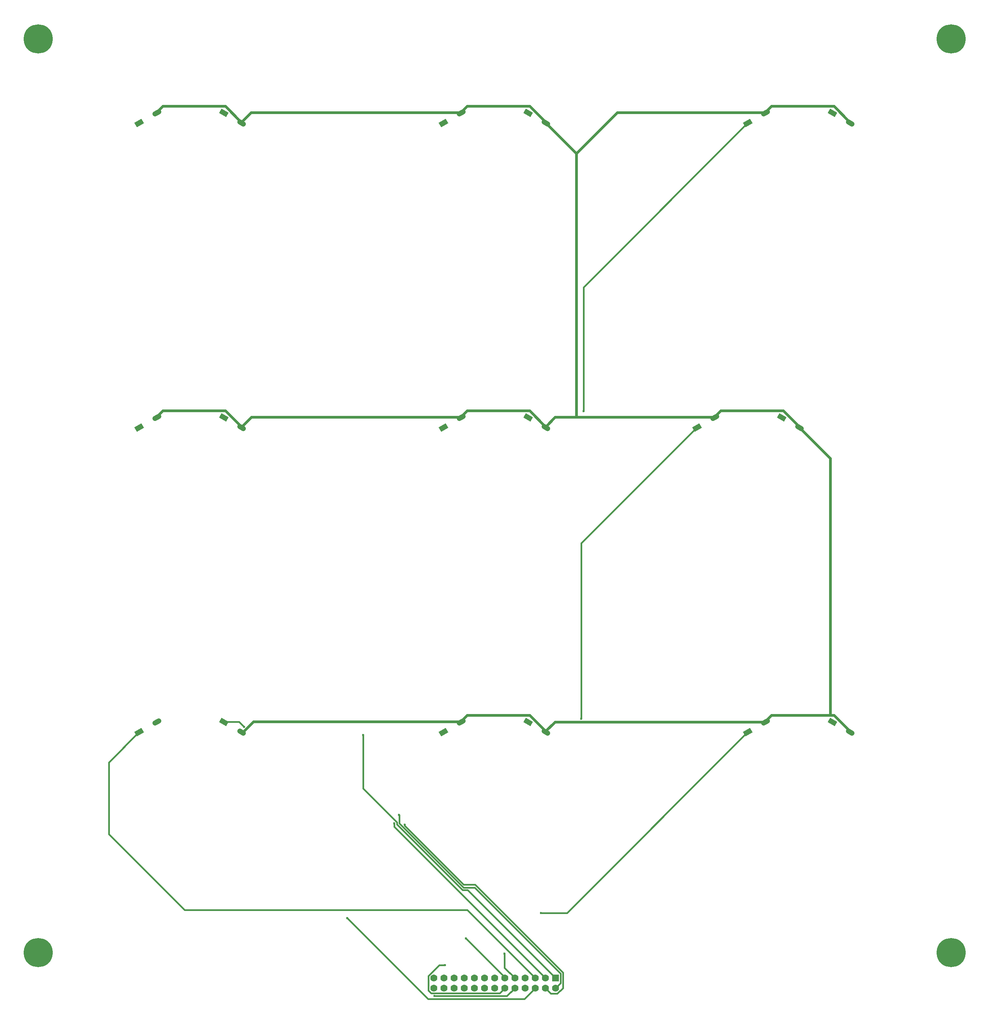
<source format=gbr>
G04 #@! TF.FileFunction,Copper,L1,Top,Signal*
%FSLAX46Y46*%
G04 Gerber Fmt 4.6, Leading zero omitted, Abs format (unit mm)*
G04 Created by KiCad (PCBNEW 4.0.7-e2-6376~58~ubuntu16.04.1) date Mon Sep 23 14:36:03 2019*
%MOMM*%
%LPD*%
G01*
G04 APERTURE LIST*
%ADD10C,0.100000*%
%ADD11C,7.289800*%
%ADD12R,1.778000X1.778000*%
%ADD13C,1.778000*%
%ADD14C,1.270000*%
%ADD15C,0.600000*%
%ADD16C,0.381000*%
%ADD17C,0.635000*%
G04 APERTURE END LIST*
D10*
D11*
X38100000Y-38100000D03*
X266700000Y-38100000D03*
X266700000Y-266700000D03*
X38100000Y-266700000D03*
D12*
X167640000Y-273050000D03*
D13*
X167640000Y-275590000D03*
X165100000Y-273050000D03*
X165100000Y-275590000D03*
X162560000Y-273050000D03*
X162560000Y-275590000D03*
X160020000Y-273050000D03*
X160020000Y-275590000D03*
X157480000Y-273050000D03*
X157480000Y-275590000D03*
X154940000Y-273050000D03*
X154940000Y-275590000D03*
X152400000Y-273050000D03*
X152400000Y-275590000D03*
X149860000Y-273050000D03*
X149860000Y-275590000D03*
X147320000Y-273050000D03*
X147320000Y-275590000D03*
X144780000Y-273050000D03*
X144780000Y-275590000D03*
X142240000Y-273050000D03*
X142240000Y-275590000D03*
X139700000Y-273050000D03*
X139700000Y-275590000D03*
X137160000Y-273050000D03*
X137160000Y-275590000D03*
D10*
G36*
X235812913Y-208994867D02*
X236447913Y-207895015D01*
X238207677Y-208911015D01*
X237572677Y-210010867D01*
X235812913Y-208994867D01*
X235812913Y-208994867D01*
G37*
D14*
X240969764Y-211238941D02*
X241849646Y-211746941D01*
D10*
G36*
X215227913Y-212550867D02*
X214592913Y-211451015D01*
X216352677Y-210435015D01*
X216987677Y-211534867D01*
X215227913Y-212550867D01*
X215227913Y-212550867D01*
G37*
D14*
X219749764Y-209206941D02*
X220629646Y-208698941D01*
D10*
G36*
X223112913Y-132794867D02*
X223747913Y-131695015D01*
X225507677Y-132711015D01*
X224872677Y-133810867D01*
X223112913Y-132794867D01*
X223112913Y-132794867D01*
G37*
D14*
X228269764Y-135038941D02*
X229149646Y-135546941D01*
D10*
G36*
X202527913Y-136350867D02*
X201892913Y-135251015D01*
X203652677Y-134235015D01*
X204287677Y-135334867D01*
X202527913Y-136350867D01*
X202527913Y-136350867D01*
G37*
D14*
X207049764Y-133006941D02*
X207929646Y-132498941D01*
D10*
G36*
X235812913Y-56594867D02*
X236447913Y-55495015D01*
X238207677Y-56511015D01*
X237572677Y-57610867D01*
X235812913Y-56594867D01*
X235812913Y-56594867D01*
G37*
D14*
X240969764Y-58838941D02*
X241849646Y-59346941D01*
D10*
G36*
X215227913Y-60150867D02*
X214592913Y-59051015D01*
X216352677Y-58035015D01*
X216987677Y-59134867D01*
X215227913Y-60150867D01*
X215227913Y-60150867D01*
G37*
D14*
X219749764Y-56806941D02*
X220629646Y-56298941D01*
D10*
G36*
X159612913Y-208994867D02*
X160247913Y-207895015D01*
X162007677Y-208911015D01*
X161372677Y-210010867D01*
X159612913Y-208994867D01*
X159612913Y-208994867D01*
G37*
D14*
X164769764Y-211238941D02*
X165649646Y-211746941D01*
D10*
G36*
X139027913Y-212550867D02*
X138392913Y-211451015D01*
X140152677Y-210435015D01*
X140787677Y-211534867D01*
X139027913Y-212550867D01*
X139027913Y-212550867D01*
G37*
D14*
X143549764Y-209206941D02*
X144429646Y-208698941D01*
D10*
G36*
X159612913Y-132794867D02*
X160247913Y-131695015D01*
X162007677Y-132711015D01*
X161372677Y-133810867D01*
X159612913Y-132794867D01*
X159612913Y-132794867D01*
G37*
D14*
X164769764Y-135038941D02*
X165649646Y-135546941D01*
D10*
G36*
X62827913Y-60150867D02*
X62192913Y-59051015D01*
X63952677Y-58035015D01*
X64587677Y-59134867D01*
X62827913Y-60150867D01*
X62827913Y-60150867D01*
G37*
D14*
X67349764Y-56806941D02*
X68229646Y-56298941D01*
D10*
G36*
X83412913Y-56594867D02*
X84047913Y-55495015D01*
X85807677Y-56511015D01*
X85172677Y-57610867D01*
X83412913Y-56594867D01*
X83412913Y-56594867D01*
G37*
D14*
X88569764Y-58838941D02*
X89449646Y-59346941D01*
D10*
G36*
X62827913Y-136350867D02*
X62192913Y-135251015D01*
X63952677Y-134235015D01*
X64587677Y-135334867D01*
X62827913Y-136350867D01*
X62827913Y-136350867D01*
G37*
D14*
X67349764Y-133006941D02*
X68229646Y-132498941D01*
D10*
G36*
X83412913Y-132794867D02*
X84047913Y-131695015D01*
X85807677Y-132711015D01*
X85172677Y-133810867D01*
X83412913Y-132794867D01*
X83412913Y-132794867D01*
G37*
D14*
X88569764Y-135038941D02*
X89449646Y-135546941D01*
D10*
G36*
X62827913Y-212550867D02*
X62192913Y-211451015D01*
X63952677Y-210435015D01*
X64587677Y-211534867D01*
X62827913Y-212550867D01*
X62827913Y-212550867D01*
G37*
D14*
X67349764Y-209206941D02*
X68229646Y-208698941D01*
D10*
G36*
X83412913Y-208994867D02*
X84047913Y-207895015D01*
X85807677Y-208911015D01*
X85172677Y-210010867D01*
X83412913Y-208994867D01*
X83412913Y-208994867D01*
G37*
D14*
X88569764Y-211238941D02*
X89449646Y-211746941D01*
D10*
G36*
X139027913Y-60150867D02*
X138392913Y-59051015D01*
X140152677Y-58035015D01*
X140787677Y-59134867D01*
X139027913Y-60150867D01*
X139027913Y-60150867D01*
G37*
D14*
X143549764Y-56806941D02*
X144429646Y-56298941D01*
D10*
G36*
X159612913Y-56594867D02*
X160247913Y-55495015D01*
X162007677Y-56511015D01*
X161372677Y-57610867D01*
X159612913Y-56594867D01*
X159612913Y-56594867D01*
G37*
D14*
X164769764Y-58838941D02*
X165649646Y-59346941D01*
D10*
G36*
X139027913Y-136350867D02*
X138392913Y-135251015D01*
X140152677Y-134235015D01*
X140787677Y-135334867D01*
X139027913Y-136350867D01*
X139027913Y-136350867D01*
G37*
D14*
X143549764Y-133006941D02*
X144429646Y-132498941D01*
D15*
X119503900Y-212211500D03*
X128475700Y-232233400D03*
X127241700Y-234379700D03*
X129914700Y-234729700D03*
X89655600Y-210178300D03*
X115519500Y-258064300D03*
X145212800Y-263175300D03*
X139989600Y-269858900D03*
X154909600Y-266950800D03*
X137318200Y-277569400D03*
X174687100Y-131202700D03*
X174097400Y-208204800D03*
X164036600Y-256744200D03*
D16*
X119503900Y-225660500D02*
X119503900Y-212211500D01*
X127935700Y-234092300D02*
X119503900Y-225660500D01*
X127935700Y-234630200D02*
X127935700Y-234092300D01*
X144352600Y-251047100D02*
X127935700Y-234630200D01*
X145637100Y-251047100D02*
X144352600Y-251047100D01*
X167640000Y-273050000D02*
X145637100Y-251047100D01*
D17*
X165209700Y-135164500D02*
X165209700Y-135292900D01*
X165209700Y-211355900D02*
X165209700Y-211492900D01*
X241409700Y-58963800D02*
X241409700Y-59092900D01*
X237411500Y-54965600D02*
X241409700Y-58963800D01*
X221777000Y-54965600D02*
X237411500Y-54965600D01*
X220189700Y-56552900D02*
X221777000Y-54965600D01*
X209100100Y-131142500D02*
X207489700Y-132752900D01*
X224696300Y-131142500D02*
X209100100Y-131142500D01*
X228709700Y-135155900D02*
X224696300Y-131142500D01*
X228709700Y-135292900D02*
X228709700Y-135155900D01*
X236474600Y-143057800D02*
X236474600Y-207364700D01*
X228709700Y-135292900D02*
X236474600Y-143057800D01*
X221777900Y-207364700D02*
X236474600Y-207364700D01*
X220189700Y-208952900D02*
X221777900Y-207364700D01*
X241409700Y-211354600D02*
X241409700Y-211492900D01*
X237419800Y-207364700D02*
X241409700Y-211354600D01*
X236474600Y-207364700D02*
X237419800Y-207364700D01*
X145591700Y-131150900D02*
X143989700Y-132752900D01*
X161196100Y-131150900D02*
X145591700Y-131150900D01*
X165209700Y-135164500D02*
X161196100Y-131150900D01*
X69385000Y-131157600D02*
X67789700Y-132752900D01*
X85011200Y-131157600D02*
X69385000Y-131157600D01*
X89078100Y-135224500D02*
X85011200Y-131157600D01*
X91549700Y-132752900D02*
X89078100Y-135224500D01*
X143989700Y-132752900D02*
X91549700Y-132752900D01*
X89078100Y-135224500D02*
X89009700Y-135292900D01*
X207489700Y-132752900D02*
X172929100Y-132752900D01*
X167621300Y-132752900D02*
X165209700Y-135164500D01*
X172929100Y-132752900D02*
X167621300Y-132752900D01*
X89009700Y-59092900D02*
X89009700Y-58973100D01*
X69385400Y-54957200D02*
X67789700Y-56552900D01*
X84993800Y-54957200D02*
X69385400Y-54957200D01*
X89009700Y-58973100D02*
X84993800Y-54957200D01*
X91429900Y-56552900D02*
X89009700Y-58973100D01*
X143989700Y-56552900D02*
X91429900Y-56552900D01*
X145571500Y-54971100D02*
X143989700Y-56552900D01*
X161230000Y-54971100D02*
X145571500Y-54971100D01*
X165209700Y-58950800D02*
X161230000Y-54971100D01*
X165209700Y-59092900D02*
X165209700Y-58950800D01*
X183188500Y-56552900D02*
X220189700Y-56552900D01*
X172929100Y-66812300D02*
X183188500Y-56552900D01*
X172929100Y-132752900D02*
X172929100Y-66812300D01*
X172929100Y-66812300D02*
X165209700Y-59092900D01*
X145595300Y-207347300D02*
X143989700Y-208952900D01*
X161201100Y-207347300D02*
X145595300Y-207347300D01*
X165209700Y-211355900D02*
X161201100Y-207347300D01*
X92042100Y-208952900D02*
X143989700Y-208952900D01*
X89502100Y-211492900D02*
X92042100Y-208952900D01*
X89009700Y-211492900D02*
X89502100Y-211492900D01*
X220116800Y-209025800D02*
X220189700Y-208952900D01*
X167539800Y-209025800D02*
X220116800Y-209025800D01*
X165209700Y-211355900D02*
X167539800Y-209025800D01*
D16*
X128520200Y-232277900D02*
X128475700Y-232233400D01*
X128520200Y-234388100D02*
X128520200Y-232277900D01*
X144594700Y-250462600D02*
X128520200Y-234388100D01*
X147437200Y-250462600D02*
X144594700Y-250462600D01*
X168923100Y-271948500D02*
X147437200Y-250462600D01*
X168923100Y-274306900D02*
X168923100Y-271948500D01*
X167640000Y-275590000D02*
X168923100Y-274306900D01*
X127241700Y-235191700D02*
X165100000Y-273050000D01*
X127241700Y-234379700D02*
X127241700Y-235191700D01*
X129914700Y-234956000D02*
X129914700Y-234729700D01*
X144630000Y-249671300D02*
X129914700Y-234956000D01*
X147488500Y-249671300D02*
X144630000Y-249671300D01*
X169512200Y-271695000D02*
X147488500Y-249671300D01*
X169512200Y-275550500D02*
X169512200Y-271695000D01*
X168125400Y-276937300D02*
X169512200Y-275550500D01*
X166447300Y-276937300D02*
X168125400Y-276937300D01*
X165100000Y-275590000D02*
X166447300Y-276937300D01*
X145559000Y-256049000D02*
X162560000Y-273050000D01*
X74751300Y-256049000D02*
X145559000Y-256049000D01*
X55786400Y-237084100D02*
X74751300Y-256049000D01*
X55786400Y-219096800D02*
X55786400Y-237084100D01*
X63390300Y-211492900D02*
X55786400Y-219096800D01*
X88430200Y-208952900D02*
X89655600Y-210178300D01*
X84610300Y-208952900D02*
X88430200Y-208952900D01*
X159884300Y-278265700D02*
X162560000Y-275590000D01*
X135720900Y-278265700D02*
X159884300Y-278265700D01*
X115519500Y-258064300D02*
X135720900Y-278265700D01*
X154940000Y-272902500D02*
X145212800Y-263175300D01*
X154940000Y-273050000D02*
X154940000Y-272902500D01*
X138534600Y-269858900D02*
X139989600Y-269858900D01*
X135844800Y-272548700D02*
X138534600Y-269858900D01*
X135844800Y-276196600D02*
X135844800Y-272548700D01*
X136521300Y-276873100D02*
X135844800Y-276196600D01*
X153656900Y-276873100D02*
X136521300Y-276873100D01*
X154940000Y-275590000D02*
X153656900Y-276873100D01*
X154909600Y-270479600D02*
X157480000Y-273050000D01*
X154909600Y-266950800D02*
X154909600Y-270479600D01*
X155500600Y-277569400D02*
X137318200Y-277569400D01*
X157480000Y-275590000D02*
X155500600Y-277569400D01*
X174687100Y-100196100D02*
X174687100Y-131202700D01*
X215790300Y-59092900D02*
X174687100Y-100196100D01*
X174097400Y-164285800D02*
X174097400Y-208204800D01*
X203090300Y-135292900D02*
X174097400Y-164285800D01*
X170539000Y-256744200D02*
X164036600Y-256744200D01*
X215790300Y-211492900D02*
X170539000Y-256744200D01*
M02*

</source>
